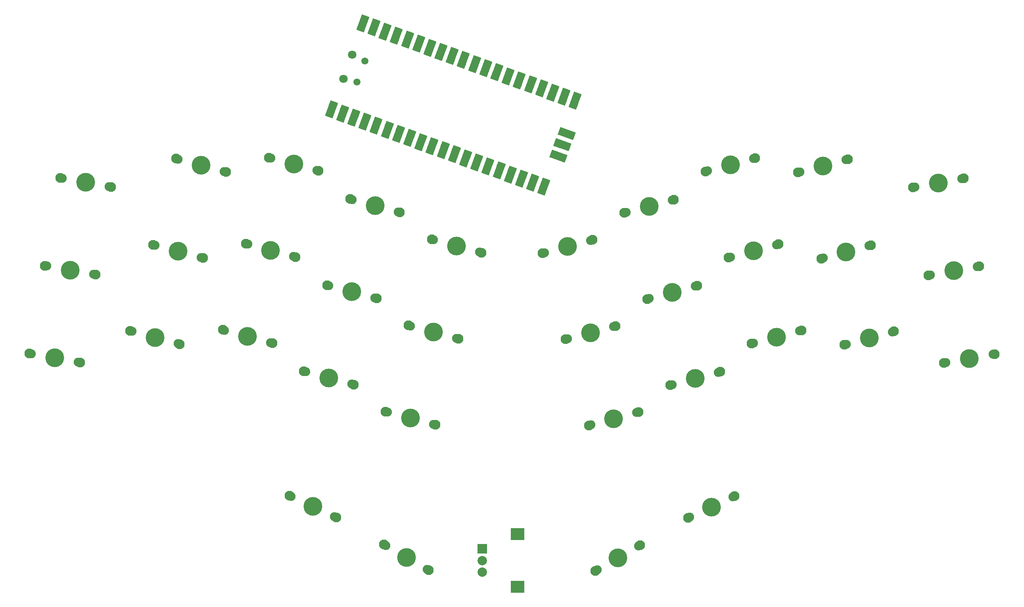
<source format=gts>
G04 #@! TF.GenerationSoftware,KiCad,Pcbnew,(6.0.4)*
G04 #@! TF.CreationDate,2022-12-01T16:17:54-05:00*
G04 #@! TF.ProjectId,Ostrich,4f737472-6963-4682-9e6b-696361645f70,rev?*
G04 #@! TF.SameCoordinates,Original*
G04 #@! TF.FileFunction,Soldermask,Top*
G04 #@! TF.FilePolarity,Negative*
%FSLAX46Y46*%
G04 Gerber Fmt 4.6, Leading zero omitted, Abs format (unit mm)*
G04 Created by KiCad (PCBNEW (6.0.4)) date 2022-12-01 16:17:54*
%MOMM*%
%LPD*%
G01*
G04 APERTURE LIST*
G04 Aperture macros list*
%AMHorizOval*
0 Thick line with rounded ends*
0 $1 width*
0 $2 $3 position (X,Y) of the first rounded end (center of the circle)*
0 $4 $5 position (X,Y) of the second rounded end (center of the circle)*
0 Add line between two ends*
20,1,$1,$2,$3,$4,$5,0*
0 Add two circle primitives to create the rounded ends*
1,1,$1,$2,$3*
1,1,$1,$4,$5*%
%AMRotRect*
0 Rectangle, with rotation*
0 The origin of the aperture is its center*
0 $1 length*
0 $2 width*
0 $3 Rotation angle, in degrees counterclockwise*
0 Add horizontal line*
21,1,$1,$2,0,0,$3*%
G04 Aperture macros list end*
%ADD10C,1.900000*%
%ADD11C,2.100000*%
%ADD12C,4.000000*%
%ADD13HorizOval,1.500000X0.000000X0.000000X0.000000X0.000000X0*%
%ADD14HorizOval,1.800000X0.000000X0.000000X0.000000X0.000000X0*%
%ADD15HorizOval,1.700000X0.000000X0.000000X0.000000X0.000000X0*%
%ADD16RotRect,3.500000X1.700000X70.000000*%
%ADD17RotRect,1.700000X1.700000X70.000000*%
%ADD18RotRect,3.500000X1.700000X160.000000*%
%ADD19R,2.000000X2.000000*%
%ADD20C,2.000000*%
%ADD21R,3.000000X2.500000*%
G04 APERTURE END LIST*
D10*
X111609167Y-134533500D03*
D11*
X102020430Y-130062199D03*
D12*
X107005123Y-132386599D03*
D10*
X102401079Y-130239698D03*
D11*
X111989816Y-134710999D03*
X193968859Y-103602614D03*
D10*
X193563170Y-103711318D03*
D11*
X183343675Y-106449624D03*
D12*
X188656267Y-105026119D03*
D10*
X183749364Y-106340920D03*
D12*
X73294396Y-96268941D03*
D10*
X68387493Y-94954140D03*
D11*
X67981804Y-94845436D03*
D10*
X78201299Y-97583742D03*
D11*
X78606988Y-97692446D03*
X122206471Y-140508230D03*
D10*
X131369020Y-145798230D03*
X122570202Y-140718230D03*
D11*
X131732751Y-146008230D03*
D12*
X126969611Y-143258230D03*
X183725764Y-86625232D03*
D10*
X188632667Y-85310431D03*
D11*
X178413172Y-88048737D03*
X189038356Y-85201727D03*
D10*
X178818861Y-87940033D03*
X252189480Y-99880965D03*
D12*
X247186657Y-100763098D03*
D11*
X252603100Y-99808033D03*
X241770214Y-101718163D03*
D10*
X242183834Y-101645231D03*
X83131801Y-79182855D03*
D11*
X83537490Y-79291559D03*
D10*
X73317995Y-76553253D03*
D11*
X72912306Y-76444549D03*
D12*
X78224898Y-77868054D03*
D10*
X196167908Y-79084007D03*
D11*
X206387403Y-76345701D03*
D10*
X205981714Y-76454405D03*
D12*
X201074811Y-77769206D03*
D11*
X195762219Y-79192711D03*
D10*
X120262276Y-87817135D03*
X110448470Y-85187533D03*
D11*
X110042781Y-85078829D03*
D12*
X115355373Y-86502334D03*
D11*
X120667965Y-87925839D03*
X127457567Y-93689509D03*
X138082751Y-96536519D03*
D10*
X127863256Y-93798213D03*
X137677062Y-96427815D03*
D12*
X132770159Y-95113014D03*
D13*
X116461722Y-41715617D03*
X118120520Y-37158108D03*
D14*
X113511847Y-40961204D03*
X115375857Y-35839879D03*
D15*
X111281133Y-46709946D03*
D16*
X110973315Y-47555669D03*
D15*
X113667952Y-47578678D03*
D16*
X113360134Y-48424401D03*
X115746953Y-49293132D03*
D17*
X116054771Y-48447409D03*
D16*
X118133773Y-50161863D03*
D15*
X118441591Y-49316140D03*
X120828410Y-50184871D03*
D16*
X120520592Y-51030594D03*
X122907411Y-51899325D03*
D15*
X123215229Y-51053602D03*
D16*
X125294231Y-52768056D03*
D15*
X125602049Y-51922333D03*
D16*
X127681050Y-53636787D03*
D17*
X127988868Y-52791064D03*
D15*
X130375687Y-53659796D03*
D16*
X130067869Y-54505519D03*
X132454688Y-55374250D03*
D15*
X132762506Y-54528527D03*
X135149326Y-55397258D03*
D16*
X134841508Y-56242981D03*
X137228327Y-57111712D03*
D15*
X137536145Y-56265989D03*
D17*
X139922964Y-57134720D03*
D16*
X139615146Y-57980443D03*
D15*
X142309783Y-58003451D03*
D16*
X142001965Y-58849174D03*
D15*
X144696603Y-58872183D03*
D16*
X144388785Y-59717906D03*
D15*
X147083422Y-59740914D03*
D16*
X146775604Y-60586637D03*
X149162423Y-61455368D03*
D15*
X149470241Y-60609645D03*
D16*
X151549242Y-62324099D03*
D17*
X151857060Y-61478376D03*
D16*
X153936062Y-63192830D03*
D15*
X154243880Y-62347107D03*
D16*
X156322881Y-64061561D03*
D15*
X156630699Y-63215838D03*
D16*
X163019635Y-45662381D03*
D15*
X162711817Y-46508104D03*
X160324998Y-45639372D03*
D16*
X160632816Y-44793649D03*
X158245997Y-43924918D03*
D17*
X157938179Y-44770641D03*
D16*
X155859177Y-43056187D03*
D15*
X155551359Y-43901910D03*
X153164540Y-43033179D03*
D16*
X153472358Y-42187456D03*
D15*
X150777721Y-42164448D03*
D16*
X151085539Y-41318725D03*
X148698719Y-40449994D03*
D15*
X148390901Y-41295717D03*
D17*
X146004082Y-40426986D03*
D16*
X146311900Y-39581263D03*
D15*
X143617263Y-39558254D03*
D16*
X143925081Y-38712531D03*
X141538262Y-37843800D03*
D15*
X141230444Y-38689523D03*
D16*
X139151442Y-36975069D03*
D15*
X138843624Y-37820792D03*
X136456805Y-36952061D03*
D16*
X136764623Y-36106338D03*
X134377804Y-35237607D03*
D17*
X134069986Y-36083330D03*
D16*
X131990985Y-34368876D03*
D15*
X131683167Y-35214599D03*
X129296347Y-34345867D03*
D16*
X129604165Y-33500144D03*
X127217346Y-32631413D03*
D15*
X126909528Y-33477136D03*
D16*
X124830527Y-31762682D03*
D15*
X124522709Y-32608405D03*
D17*
X122135890Y-31739674D03*
D16*
X122443708Y-30893951D03*
D15*
X119749070Y-30870943D03*
D16*
X120056888Y-30025220D03*
D15*
X117362251Y-30002212D03*
D16*
X117670069Y-29156489D03*
D15*
X158586397Y-57170126D03*
D18*
X159432120Y-57477944D03*
X160300852Y-55091124D03*
D17*
X159455129Y-54783306D03*
D18*
X161169583Y-52704305D03*
D15*
X160323860Y-52396487D03*
D10*
X201098411Y-97484894D03*
X210912217Y-94855292D03*
D11*
X211317906Y-94746588D03*
D12*
X206005314Y-96170093D03*
D11*
X200692722Y-97593598D03*
X46478037Y-99685135D03*
D10*
X56897303Y-101522333D03*
D11*
X57310923Y-101595265D03*
D10*
X46891657Y-99758067D03*
D12*
X51894480Y-100640200D03*
D10*
X78248498Y-58152366D03*
D11*
X88467993Y-60890672D03*
X77842809Y-58043662D03*
D12*
X83155401Y-59467167D03*
D10*
X88062304Y-60781968D03*
X183702164Y-66909544D03*
X173888358Y-69539146D03*
D11*
X184107853Y-66800840D03*
X173482669Y-69647850D03*
D12*
X178795261Y-68224345D03*
X225786741Y-96391839D03*
D10*
X220879838Y-97706640D03*
D11*
X220474149Y-97815344D03*
D10*
X230693644Y-95077038D03*
D11*
X231099333Y-94968334D03*
X160998386Y-96659417D03*
D10*
X171217881Y-93921111D03*
D12*
X166310978Y-95235912D03*
D11*
X171623570Y-93812407D03*
D10*
X161404075Y-96550713D03*
D12*
X110424870Y-104903221D03*
D11*
X105112278Y-103479716D03*
D10*
X105517967Y-103588420D03*
X115331773Y-106218022D03*
D11*
X115737462Y-106326726D03*
D10*
X125192778Y-69416248D03*
D12*
X120285875Y-68101447D03*
D11*
X125598467Y-69524952D03*
D10*
X115378972Y-66786646D03*
D11*
X114973283Y-66677942D03*
X63926918Y-64074090D03*
X53094032Y-62163960D03*
D10*
X53507652Y-62236892D03*
X63513298Y-64001158D03*
D12*
X58510475Y-63119025D03*
D10*
X97982726Y-97361996D03*
X88168920Y-94732394D03*
D11*
X87763231Y-94623690D03*
D12*
X93075823Y-96047195D03*
D11*
X98388415Y-97470700D03*
X156067883Y-78258530D03*
D12*
X161380475Y-76835025D03*
D11*
X166693067Y-75411520D03*
D10*
X166287378Y-75520224D03*
X156473572Y-78149826D03*
D12*
X137700662Y-76712127D03*
D11*
X143013254Y-78135632D03*
D10*
X142607565Y-78026928D03*
D11*
X132388070Y-75288622D03*
D10*
X132793759Y-75397326D03*
X102913229Y-78961109D03*
X93099423Y-76331507D03*
D11*
X92693734Y-76222803D03*
X103318918Y-79069813D03*
D12*
X98006326Y-77646308D03*
D10*
X215949336Y-79305753D03*
D11*
X226168831Y-76567447D03*
X215543647Y-79414457D03*
D12*
X220856239Y-77990952D03*
D10*
X225763142Y-76676151D03*
D11*
X176554073Y-112213294D03*
D12*
X171241481Y-113636799D03*
D11*
X165928889Y-115060304D03*
D10*
X166334578Y-114951600D03*
X176148384Y-112321998D03*
X176510935Y-140841128D03*
D12*
X172111526Y-143381128D03*
D10*
X167712117Y-145921128D03*
D11*
X167348386Y-146131128D03*
X176874666Y-140631128D03*
X187091321Y-134833897D03*
D10*
X196680058Y-130362596D03*
D12*
X192076014Y-132509497D03*
D11*
X197060707Y-130185097D03*
D10*
X187471970Y-134656398D03*
D11*
X221238328Y-58166559D03*
D10*
X220832639Y-58275263D03*
X211018833Y-60904865D03*
D11*
X210613144Y-61013569D03*
D12*
X215925736Y-59590064D03*
D19*
X143194475Y-141421025D03*
D20*
X143194475Y-146421025D03*
X143194475Y-143921025D03*
D21*
X150694475Y-149521025D03*
X150694475Y-138321025D03*
D10*
X132746559Y-114828702D03*
X122932753Y-112199100D03*
D11*
X122527064Y-112090396D03*
D12*
X127839656Y-113513901D03*
D11*
X133152248Y-114937406D03*
D10*
X50199655Y-80997480D03*
D11*
X49786035Y-80924548D03*
X60618921Y-82834678D03*
D12*
X55202478Y-81879613D03*
D10*
X60205301Y-82761746D03*
X191237405Y-60683120D03*
D11*
X201456900Y-57944814D03*
D12*
X196144308Y-59368319D03*
D11*
X190831716Y-60791824D03*
D10*
X201051211Y-58053518D03*
D11*
X238462216Y-82957576D03*
D10*
X238875836Y-82884644D03*
D11*
X249295102Y-81047446D03*
D12*
X243878659Y-82002511D03*
D10*
X248881482Y-81120378D03*
D11*
X245987105Y-62286858D03*
D10*
X245573485Y-62359790D03*
D11*
X235154219Y-64196988D03*
D10*
X235567839Y-64124056D03*
D12*
X240570662Y-63241923D03*
D10*
X107843732Y-60560222D03*
D12*
X102936829Y-59245421D03*
D10*
X98029926Y-57930620D03*
D11*
X97624237Y-57821916D03*
X108249421Y-60668926D03*
M02*

</source>
